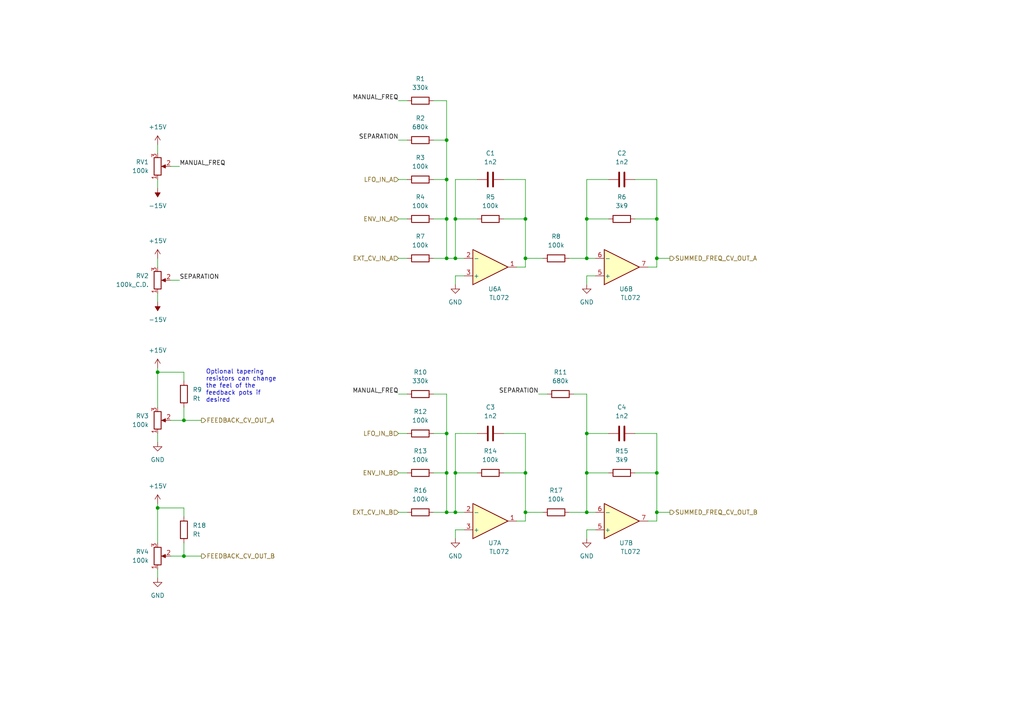
<source format=kicad_sch>
(kicad_sch (version 20230121) (generator eeschema)
  (paper "A4")
  (title_block (title "M.S.M. Stereo Lowpass Filter Pedal") (date "2022-06-16") (rev "0") (comment 2 "creativecommons.org/licenses/by/4.0") (comment 3 "License: CC by 4.0") (comment 4 "Author: Jordan Aceto"))
  (lib_symbols
    (symbol "Amplifier_Operational:TL072" (pin_names (offset 0.127))
      (property "Reference" "U" (at 0 5.08 0))
      (property "Value" "TL072" (at 0 -5.08 0))
      (symbol "TL072_1_1"
        (polyline (pts (xy -5.08 5.08) (xy 5.08 0) (xy -5.08 -5.08) (xy -5.08 5.08)) (stroke (width 0.254)) (fill (type background)))
        (pin output line (at 7.62 0 180) (length 2.54) (name "~") (number "1"))
        (pin input line (at -7.62 -2.54 0) (length 2.54) (name "-") (number "2"))
        (pin input line (at -7.62 2.54 0) (length 2.54) (name "+") (number "3"))
      )
      (symbol "TL072_2_1"
        (polyline (pts (xy -5.08 5.08) (xy 5.08 0) (xy -5.08 -5.08) (xy -5.08 5.08)) (stroke (width 0.254)) (fill (type background)))
        (pin input line (at -7.62 2.54 0) (length 2.54) (name "+") (number "5"))
        (pin input line (at -7.62 -2.54 0) (length 2.54) (name "-") (number "6"))
        (pin output line (at 7.62 0 180) (length 2.54) (name "~") (number "7"))
      )
      (symbol "TL072_3_1"
        (pin power_in line (at -2.54 -7.62 90) (length 3.81) (name "V-") (number "4"))
        (pin power_in line (at -2.54 7.62 270) (length 3.81) (name "V+") (number "8"))
      )
    )
    (symbol "Device:C" (pin_numbers hide) (pin_names (offset 0.254))
      (property "Reference" "C" (at 0.635 2.54 0))
      (property "Value" "C" (at 0.635 -2.54 0))
      (symbol "C_0_1"
        (polyline (pts (xy -2.032 -0.762) (xy 2.032 -0.762)) (stroke (width 0.508)))
        (polyline (pts (xy -2.032 0.762) (xy 2.032 0.762)) (stroke (width 0.508)))
      )
      (symbol "C_1_1"
        (pin passive line (at 0 3.81 270) (length 2.794) (name "~") (number "1"))
        (pin passive line (at 0 -3.81 90) (length 2.794) (name "~") (number "2"))
      )
    )
    (symbol "Device:R" (pin_numbers hide) (pin_names (offset 0))
      (property "Reference" "R" (at 2.032 0 90))
      (property "Value" "R" (at 0 0 90))
      (symbol "R_0_1"
        (rectangle (start -1.016 -2.54) (end 1.016 2.54) (stroke (width 0.254)))
      )
      (symbol "R_1_1"
        (pin passive line (at 0 3.81 270) (length 1.27) (name "~") (number "1"))
        (pin passive line (at 0 -3.81 90) (length 1.27) (name "~") (number "2"))
      )
    )
    (symbol "Device:R_Potentiometer" (pin_names (offset 1.016) hide)
      (property "Reference" "RV" (at -4.445 0 90))
      (property "Value" "R_Potentiometer" (at -2.54 0 90))
      (symbol "R_Potentiometer_0_1"
        (polyline (pts (xy 2.54 0) (xy 1.524 0)))
        (polyline (pts (xy 1.143 0) (xy 2.286 0.508) (xy 2.286 -0.508) (xy 1.143 0)) (fill (type outline)))
        (rectangle (start 1.016 2.54) (end -1.016 -2.54) (stroke (width 0.254)))
      )
      (symbol "R_Potentiometer_1_1"
        (pin passive line (at 0 3.81 270) (length 1.27) (name "1") (number "1"))
        (pin passive line (at 3.81 0 180) (length 1.27) (name "2") (number "2"))
        (pin passive line (at 0 -3.81 90) (length 1.27) (name "3") (number "3"))
      )
    )
    (symbol "power:+15V" (power) (pin_names (offset 0))
      (property "Value" "+15V" (at 0 3.556 0))
      (symbol "+15V_0_1"
        (polyline (pts (xy -0.762 1.27) (xy 0 2.54)))
        (polyline (pts (xy 0 0) (xy 0 2.54)))
        (polyline (pts (xy 0 2.54) (xy 0.762 1.27)))
      )
      (symbol "+15V_1_1"
        (pin power_in line (at 0 0 90) (length 0) hide (name "+15V") (number "1"))
      )
    )
    (symbol "power:-15V" (power) (pin_names (offset 0))
      (property "Value" "-15V" (at 0 3.81 0))
      (symbol "-15V_0_0"
        (pin power_in line (at 0 0 90) (length 0) hide (name "-15V") (number "1"))
      )
      (symbol "-15V_0_1"
        (polyline (pts (xy 0 0) (xy 0 1.27) (xy 0.762 1.27) (xy 0 2.54) (xy -0.762 1.27) (xy 0 1.27)) (fill (type outline)))
      )
    )
    (symbol "power:GND" (power) (pin_names (offset 0))
      (property "Value" "GND" (at 0 -3.81 0))
      (symbol "GND_0_1"
        (polyline (pts (xy 0 0) (xy 0 -1.27) (xy 1.27 -1.27) (xy 0 -2.54) (xy -1.27 -1.27) (xy 0 -1.27)))
      )
      (symbol "GND_1_1"
        (pin power_in line (at 0 0 270) (length 0) hide (name "GND") (number "1"))
      )
    )
  )
  (junction (at 132.08 137.16))
  (junction (at 129.54 125.73))
  (junction (at 132.08 63.5))
  (junction (at 152.4 148.59))
  (junction (at 152.4 137.16))
  (junction (at 129.54 148.59))
  (junction (at 132.08 148.59))
  (junction (at 190.5 137.16))
  (junction (at 190.5 63.5))
  (junction (at 129.54 52.07))
  (junction (at 170.18 125.73))
  (junction (at 170.18 148.59))
  (junction (at 170.18 63.5))
  (junction (at 53.34 121.92))
  (junction (at 170.18 137.16))
  (junction (at 190.5 148.59))
  (junction (at 132.08 74.93))
  (junction (at 129.54 137.16))
  (junction (at 170.18 74.93))
  (junction (at 129.54 63.5))
  (junction (at 129.54 40.64))
  (junction (at 129.54 74.93))
  (junction (at 45.72 107.95))
  (junction (at 45.72 147.32))
  (junction (at 53.34 161.29))
  (junction (at 152.4 63.5))
  (junction (at 152.4 74.93))
  (junction (at 190.5 74.93))
  (wire (pts (xy 129.54 114.3) (xy 129.54 125.73)))
  (wire (pts (xy 166.37 114.3) (xy 170.18 114.3)))
  (wire (pts (xy 132.08 80.01) (xy 134.62 80.01)))
  (wire (pts (xy 152.4 148.59) (xy 152.4 151.13)))
  (wire (pts (xy 170.18 114.3) (xy 170.18 125.73)))
  (wire (pts (xy 125.73 63.5) (xy 129.54 63.5)))
  (wire (pts (xy 132.08 63.5) (xy 138.43 63.5)))
  (wire (pts (xy 146.05 125.73) (xy 152.4 125.73)))
  (wire (pts (xy 187.96 77.47) (xy 190.5 77.47)))
  (wire (pts (xy 190.5 74.93) (xy 194.31 74.93)))
  (wire (pts (xy 187.96 151.13) (xy 190.5 151.13)))
  (wire (pts (xy 53.34 161.29) (xy 53.34 157.48)))
  (wire (pts (xy 190.5 148.59) (xy 190.5 137.16)))
  (wire (pts (xy 53.34 161.29) (xy 58.42 161.29)))
  (wire (pts (xy 170.18 82.55) (xy 170.18 80.01)))
  (wire (pts (xy 132.08 148.59) (xy 132.08 137.16)))
  (wire (pts (xy 129.54 137.16) (xy 129.54 148.59)))
  (wire (pts (xy 49.53 48.26) (xy 52.07 48.26)))
  (wire (pts (xy 149.86 151.13) (xy 152.4 151.13)))
  (wire (pts (xy 152.4 63.5) (xy 146.05 63.5)))
  (wire (pts (xy 132.08 137.16) (xy 138.43 137.16)))
  (wire (pts (xy 157.48 148.59) (xy 152.4 148.59)))
  (wire (pts (xy 157.48 74.93) (xy 152.4 74.93)))
  (wire (pts (xy 146.05 52.07) (xy 152.4 52.07)))
  (wire (pts (xy 45.72 74.93) (xy 45.72 77.47)))
  (wire (pts (xy 129.54 29.21) (xy 129.54 40.64)))
  (wire (pts (xy 115.57 148.59) (xy 118.11 148.59)))
  (wire (pts (xy 132.08 156.21) (xy 132.08 153.67)))
  (wire (pts (xy 53.34 147.32) (xy 45.72 147.32)))
  (wire (pts (xy 152.4 137.16) (xy 152.4 148.59)))
  (wire (pts (xy 190.5 125.73) (xy 190.5 137.16)))
  (wire (pts (xy 129.54 63.5) (xy 129.54 74.93)))
  (wire (pts (xy 49.53 121.92) (xy 53.34 121.92)))
  (wire (pts (xy 45.72 85.09) (xy 45.72 87.63)))
  (wire (pts (xy 125.73 40.64) (xy 129.54 40.64)))
  (wire (pts (xy 125.73 148.59) (xy 129.54 148.59)))
  (wire (pts (xy 45.72 147.32) (xy 45.72 157.48)))
  (wire (pts (xy 129.54 125.73) (xy 129.54 137.16)))
  (wire (pts (xy 49.53 161.29) (xy 53.34 161.29)))
  (wire (pts (xy 125.73 114.3) (xy 129.54 114.3)))
  (wire (pts (xy 190.5 74.93) (xy 190.5 63.5)))
  (wire (pts (xy 152.4 74.93) (xy 152.4 77.47)))
  (wire (pts (xy 53.34 110.49) (xy 53.34 107.95)))
  (wire (pts (xy 132.08 63.5) (xy 132.08 52.07)))
  (wire (pts (xy 170.18 63.5) (xy 176.53 63.5)))
  (wire (pts (xy 170.18 148.59) (xy 172.72 148.59)))
  (wire (pts (xy 125.73 137.16) (xy 129.54 137.16)))
  (wire (pts (xy 125.73 74.93) (xy 129.54 74.93)))
  (wire (pts (xy 132.08 52.07) (xy 138.43 52.07)))
  (wire (pts (xy 152.4 137.16) (xy 146.05 137.16)))
  (wire (pts (xy 53.34 107.95) (xy 45.72 107.95)))
  (wire (pts (xy 45.72 146.05) (xy 45.72 147.32)))
  (wire (pts (xy 129.54 52.07) (xy 129.54 63.5)))
  (wire (pts (xy 152.4 125.73) (xy 152.4 137.16)))
  (wire (pts (xy 132.08 125.73) (xy 138.43 125.73)))
  (wire (pts (xy 170.18 74.93) (xy 172.72 74.93)))
  (wire (pts (xy 125.73 29.21) (xy 129.54 29.21)))
  (wire (pts (xy 125.73 125.73) (xy 129.54 125.73)))
  (wire (pts (xy 115.57 137.16) (xy 118.11 137.16)))
  (wire (pts (xy 129.54 40.64) (xy 129.54 52.07)))
  (wire (pts (xy 45.72 125.73) (xy 45.72 128.27)))
  (wire (pts (xy 115.57 63.5) (xy 118.11 63.5)))
  (wire (pts (xy 170.18 63.5) (xy 170.18 74.93)))
  (wire (pts (xy 156.21 114.3) (xy 158.75 114.3)))
  (wire (pts (xy 115.57 29.21) (xy 118.11 29.21)))
  (wire (pts (xy 53.34 121.92) (xy 58.42 121.92)))
  (wire (pts (xy 152.4 52.07) (xy 152.4 63.5)))
  (wire (pts (xy 190.5 151.13) (xy 190.5 148.59)))
  (wire (pts (xy 149.86 77.47) (xy 152.4 77.47)))
  (wire (pts (xy 170.18 80.01) (xy 172.72 80.01)))
  (wire (pts (xy 165.1 148.59) (xy 170.18 148.59)))
  (wire (pts (xy 129.54 74.93) (xy 132.08 74.93)))
  (wire (pts (xy 170.18 156.21) (xy 170.18 153.67)))
  (wire (pts (xy 45.72 52.07) (xy 45.72 54.61)))
  (wire (pts (xy 45.72 165.1) (xy 45.72 167.64)))
  (wire (pts (xy 132.08 148.59) (xy 134.62 148.59)))
  (wire (pts (xy 170.18 52.07) (xy 176.53 52.07)))
  (wire (pts (xy 190.5 63.5) (xy 184.15 63.5)))
  (wire (pts (xy 115.57 52.07) (xy 118.11 52.07)))
  (wire (pts (xy 49.53 81.28) (xy 52.07 81.28)))
  (wire (pts (xy 190.5 77.47) (xy 190.5 74.93)))
  (wire (pts (xy 132.08 137.16) (xy 132.08 125.73)))
  (wire (pts (xy 184.15 125.73) (xy 190.5 125.73)))
  (wire (pts (xy 170.18 52.07) (xy 170.18 63.5)))
  (wire (pts (xy 170.18 125.73) (xy 170.18 137.16)))
  (wire (pts (xy 170.18 125.73) (xy 176.53 125.73)))
  (wire (pts (xy 132.08 74.93) (xy 134.62 74.93)))
  (wire (pts (xy 45.72 106.68) (xy 45.72 107.95)))
  (wire (pts (xy 115.57 125.73) (xy 118.11 125.73)))
  (wire (pts (xy 190.5 137.16) (xy 184.15 137.16)))
  (wire (pts (xy 170.18 137.16) (xy 176.53 137.16)))
  (wire (pts (xy 115.57 114.3) (xy 118.11 114.3)))
  (wire (pts (xy 184.15 52.07) (xy 190.5 52.07)))
  (wire (pts (xy 170.18 137.16) (xy 170.18 148.59)))
  (wire (pts (xy 115.57 40.64) (xy 118.11 40.64)))
  (wire (pts (xy 132.08 153.67) (xy 134.62 153.67)))
  (wire (pts (xy 45.72 107.95) (xy 45.72 118.11)))
  (wire (pts (xy 165.1 74.93) (xy 170.18 74.93)))
  (wire (pts (xy 132.08 74.93) (xy 132.08 63.5)))
  (wire (pts (xy 53.34 121.92) (xy 53.34 118.11)))
  (wire (pts (xy 190.5 148.59) (xy 194.31 148.59)))
  (wire (pts (xy 125.73 52.07) (xy 129.54 52.07)))
  (wire (pts (xy 129.54 148.59) (xy 132.08 148.59)))
  (wire (pts (xy 115.57 74.93) (xy 118.11 74.93)))
  (wire (pts (xy 53.34 149.86) (xy 53.34 147.32)))
  (wire (pts (xy 45.72 41.91) (xy 45.72 44.45)))
  (wire (pts (xy 190.5 52.07) (xy 190.5 63.5)))
  (wire (pts (xy 132.08 82.55) (xy 132.08 80.01)))
  (wire (pts (xy 170.18 153.67) (xy 172.72 153.67)))
  (wire (pts (xy 152.4 63.5) (xy 152.4 74.93)))
  (text "Optional tapering\nresistors can change\nthe feel of the\nfeedback pots if\ndesired" (at 59.69 116.84 0) (effects (font (size 1.27 1.27)) (justify left bottom)))
  (label "SEPARATION" (at 115.57 40.64 180))
  (label "SEPARATION" (at 156.21 114.3 180))
  (label "SEPARATION" (at 52.07 81.28 0))
  (label "MANUAL_FREQ" (at 52.07 48.26 0))
  (label "MANUAL_FREQ" (at 115.57 29.21 180))
  (label "MANUAL_FREQ" (at 115.57 114.3 180))
  (hierarchical_label "ENV_IN_A" (shape input) (at 115.57 63.5 180))
  (hierarchical_label "FEEDBACK_CV_OUT_B" (shape output) (at 58.42 161.29 0))
  (hierarchical_label "SUMMED_FREQ_CV_OUT_B" (shape output) (at 194.31 148.59 0))
  (hierarchical_label "FEEDBACK_CV_OUT_A" (shape output) (at 58.42 121.92 0))
  (hierarchical_label "EXT_CV_IN_B" (shape input) (at 115.57 148.59 180))
  (hierarchical_label "ENV_IN_B" (shape input) (at 115.57 137.16 180))
  (hierarchical_label "EXT_CV_IN_A" (shape input) (at 115.57 74.93 180))
  (hierarchical_label "SUMMED_FREQ_CV_OUT_A" (shape output) (at 194.31 74.93 0))
  (hierarchical_label "LFO_IN_B" (shape input) (at 115.57 125.73 180))
  (hierarchical_label "LFO_IN_A" (shape input) (at 115.57 52.07 180))
  (symbol (lib_id "Device:R_Potentiometer") (at 45.72 121.92 0) (mirror x) (unit 1)
    (property "Reference" "RV3" (at 43.18 120.6499 0) (effects (justify right)))
    (property "Value" "100k" (at 43.18 123.1899 0) (effects (justify right)))
    (property "Footprint" "Potentiometer_THT:Potentiometer_Alpha_RD901F-40-00D_Single_Vertical" (effects hide))
  )
  (symbol (lib_id "Device:R_Potentiometer") (at 45.72 161.29 0) (mirror x) (unit 1)
    (property "Reference" "RV4" (at 43.18 160.0199 0) (effects (justify right)))
    (property "Value" "100k" (at 43.18 162.5599 0) (effects (justify right)))
    (property "Footprint" "Potentiometer_THT:Potentiometer_Alpha_RD901F-40-00D_Single_Vertical" (effects hide))
  )
  (symbol (lib_id "power:-15V") (at 45.72 87.63 180) (unit 1)
    (property "Reference" "#PWR05" (effects hide))
    (property "Value" "-15V" (at 45.72 92.71 0))
  )
  (symbol (lib_id "Device:R_Potentiometer") (at 45.72 81.28 0) (mirror x) (unit 1)
    (property "Reference" "RV2" (at 43.18 80.0099 0) (effects (justify right)))
    (property "Value" "100k_C.D." (at 43.18 82.5499 0) (effects (justify right)))
    (property "Footprint" "Potentiometer_THT:Potentiometer_Alpha_RD901F-40-00D_Single_Vertical" (effects hide))
  )
  (symbol (lib_id "Device:R") (at 121.92 52.07 90) (unit 1)
    (property "Reference" "R3" (at 121.92 45.72 90))
    (property "Value" "100k" (at 121.92 48.26 90))
    (property "Footprint" "Resistor_SMD:R_0805_2012Metric" (effects hide))
  )
  (symbol (lib_id "power:+15V") (at 45.72 106.68 0) (unit 1)
    (property "Reference" "#PWR08" (effects hide))
    (property "Value" "+15V" (at 45.72 101.6 0))
  )
  (symbol (lib_id "Device:R") (at 142.24 63.5 90) (unit 1)
    (property "Reference" "R5" (at 142.24 57.15 90))
    (property "Value" "100k" (at 142.24 59.69 90))
    (property "Footprint" "Resistor_SMD:R_0805_2012Metric" (effects hide))
  )
  (symbol (lib_id "Device:R") (at 121.92 74.93 90) (unit 1)
    (property "Reference" "R7" (at 121.92 68.58 90))
    (property "Value" "100k" (at 121.92 71.12 90))
    (property "Footprint" "Resistor_SMD:R_0805_2012Metric" (effects hide))
  )
  (symbol (lib_id "Device:R") (at 121.92 40.64 90) (unit 1)
    (property "Reference" "R2" (at 121.92 34.29 90))
    (property "Value" "680k" (at 121.92 36.83 90))
    (property "Footprint" "Resistor_SMD:R_0805_2012Metric" (effects hide))
  )
  (symbol (lib_id "Device:R") (at 121.92 148.59 90) (unit 1)
    (property "Reference" "R16" (at 121.92 142.24 90))
    (property "Value" "100k" (at 121.92 144.78 90))
    (property "Footprint" "Resistor_SMD:R_0805_2012Metric" (effects hide))
  )
  (symbol (lib_id "power:+15V") (at 45.72 41.91 0) (unit 1)
    (property "Reference" "#PWR02" (effects hide))
    (property "Value" "+15V" (at 45.72 36.83 0))
  )
  (symbol (lib_id "power:GND") (at 45.72 128.27 0) (unit 1)
    (property "Reference" "#PWR010" (effects hide))
    (property "Value" "GND" (at 45.72 133.35 0))
  )
  (symbol (lib_id "power:GND") (at 45.72 167.64 0) (unit 1)
    (property "Reference" "#PWR014" (effects hide))
    (property "Value" "GND" (at 45.72 172.72 0))
  )
  (symbol (lib_id "Device:R") (at 121.92 125.73 90) (unit 1)
    (property "Reference" "R12" (at 121.92 119.38 90))
    (property "Value" "100k" (at 121.92 121.92 90))
    (property "Footprint" "Resistor_SMD:R_0805_2012Metric" (effects hide))
  )
  (symbol (lib_id "Device:R") (at 53.34 114.3 0) (unit 1)
    (property "Reference" "R9" (at 55.88 113.0299 0) (effects (justify left)))
    (property "Value" "Rt" (at 55.88 115.5699 0) (effects (justify left)))
    (property "Footprint" "Resistor_SMD:R_0805_2012Metric" (effects hide))
  )
  (symbol (lib_id "Device:C") (at 142.24 125.73 90) (unit 1)
    (property "Reference" "C3" (at 142.24 118.11 90))
    (property "Value" "1n2" (at 142.24 120.65 90))
    (property "Footprint" "Capacitor_SMD:C_0805_2012Metric" (effects hide))
  )
  (symbol (lib_id "Device:R") (at 161.29 148.59 90) (unit 1)
    (property "Reference" "R17" (at 161.29 142.24 90))
    (property "Value" "100k" (at 161.29 144.78 90))
    (property "Footprint" "Resistor_SMD:R_0805_2012Metric" (effects hide))
  )
  (symbol (lib_id "Device:C") (at 180.34 52.07 90) (unit 1)
    (property "Reference" "C2" (at 180.34 44.45 90))
    (property "Value" "1n2" (at 180.34 46.99 90))
    (property "Footprint" "Capacitor_SMD:C_0805_2012Metric" (effects hide))
  )
  (symbol (lib_id "power:+15V") (at 45.72 146.05 0) (unit 1)
    (property "Reference" "#PWR09" (effects hide))
    (property "Value" "+15V" (at 45.72 140.97 0))
  )
  (symbol (lib_id "Amplifier_Operational:TL072") (at 180.34 151.13 0) (mirror x) (unit 2)
    (property "Reference" "U7" (at 181.61 157.48 0))
    (property "Value" "TL072" (at 182.88 160.02 0))
    (property "Footprint" "Package_SO:SOIC-8_3.9x4.9mm_P1.27mm" (effects hide))
    (property "Datasheet" "http://www.ti.com/lit/ds/symlink/tl071.pdf" (effects hide))
  )
  (symbol (lib_id "Device:R") (at 121.92 137.16 90) (unit 1)
    (property "Reference" "R13" (at 121.92 130.81 90))
    (property "Value" "100k" (at 121.92 133.35 90))
    (property "Footprint" "Resistor_SMD:R_0805_2012Metric" (effects hide))
  )
  (symbol (lib_id "Amplifier_Operational:TL072") (at 180.34 77.47 0) (mirror x) (unit 2)
    (property "Reference" "U6" (at 181.61 83.82 0))
    (property "Value" "TL072" (at 182.88 86.36 0))
    (property "Footprint" "Package_SO:SOIC-8_3.9x4.9mm_P1.27mm" (effects hide))
    (property "Datasheet" "http://www.ti.com/lit/ds/symlink/tl071.pdf" (effects hide))
  )
  (symbol (lib_id "Device:R") (at 142.24 137.16 90) (unit 1)
    (property "Reference" "R14" (at 142.24 130.81 90))
    (property "Value" "100k" (at 142.24 133.35 90))
    (property "Footprint" "Resistor_SMD:R_0805_2012Metric" (effects hide))
  )
  (symbol (lib_id "power:GND") (at 170.18 82.55 0) (unit 1)
    (property "Reference" "#PWR07" (effects hide))
    (property "Value" "GND" (at 170.18 87.63 0))
  )
  (symbol (lib_id "Amplifier_Operational:TL072") (at 142.24 151.13 0) (mirror x) (unit 1)
    (property "Reference" "U7" (at 143.51 157.48 0))
    (property "Value" "TL072" (at 144.78 160.02 0))
    (property "Footprint" "Package_SO:SOIC-8_3.9x4.9mm_P1.27mm" (effects hide))
    (property "Datasheet" "http://www.ti.com/lit/ds/symlink/tl071.pdf" (effects hide))
  )
  (symbol (lib_id "Device:C") (at 180.34 125.73 90) (unit 1)
    (property "Reference" "C4" (at 180.34 118.11 90))
    (property "Value" "1n2" (at 180.34 120.65 90))
    (property "Footprint" "Capacitor_SMD:C_0805_2012Metric" (effects hide))
  )
  (symbol (lib_id "Device:R") (at 162.56 114.3 90) (unit 1)
    (property "Reference" "R11" (at 162.56 107.95 90))
    (property "Value" "680k" (at 162.56 110.49 90))
    (property "Footprint" "Resistor_SMD:R_0805_2012Metric" (effects hide))
  )
  (symbol (lib_id "Device:R") (at 121.92 63.5 90) (unit 1)
    (property "Reference" "R4" (at 121.92 57.15 90))
    (property "Value" "100k" (at 121.92 59.69 90))
    (property "Footprint" "Resistor_SMD:R_0805_2012Metric" (effects hide))
  )
  (symbol (lib_id "Device:R") (at 121.92 114.3 90) (unit 1)
    (property "Reference" "R10" (at 121.92 107.95 90))
    (property "Value" "330k" (at 121.92 110.49 90))
    (property "Footprint" "Resistor_SMD:R_0805_2012Metric" (effects hide))
  )
  (symbol (lib_id "power:GND") (at 132.08 82.55 0) (unit 1)
    (property "Reference" "#PWR06" (effects hide))
    (property "Value" "GND" (at 132.08 87.63 0))
  )
  (symbol (lib_id "Device:C") (at 142.24 52.07 90) (unit 1)
    (property "Reference" "C1" (at 142.24 44.45 90))
    (property "Value" "1n2" (at 142.24 46.99 90))
    (property "Footprint" "Capacitor_SMD:C_0805_2012Metric" (effects hide))
  )
  (symbol (lib_id "Device:R") (at 180.34 63.5 90) (unit 1)
    (property "Reference" "R6" (at 180.34 57.15 90))
    (property "Value" "3k9" (at 180.34 59.69 90))
    (property "Footprint" "Resistor_SMD:R_0805_2012Metric" (effects hide))
  )
  (symbol (lib_id "Amplifier_Operational:TL072") (at 142.24 77.47 0) (mirror x) (unit 1)
    (property "Reference" "U6" (at 143.51 83.82 0))
    (property "Value" "TL072" (at 144.78 86.36 0))
    (property "Footprint" "Package_SO:SOIC-8_3.9x4.9mm_P1.27mm" (effects hide))
    (property "Datasheet" "http://www.ti.com/lit/ds/symlink/tl071.pdf" (effects hide))
  )
  (symbol (lib_id "Device:R_Potentiometer") (at 45.72 48.26 0) (mirror x) (unit 1)
    (property "Reference" "RV1" (at 43.18 46.9899 0) (effects (justify right)))
    (property "Value" "100k" (at 43.18 49.5299 0) (effects (justify right)))
    (property "Footprint" "Potentiometer_THT:Potentiometer_Alpha_RD901F-40-00D_Single_Vertical" (effects hide))
  )
  (symbol (lib_id "power:GND") (at 170.18 156.21 0) (unit 1)
    (property "Reference" "#PWR013" (effects hide))
    (property "Value" "GND" (at 170.18 161.29 0))
  )
  (symbol (lib_id "Device:R") (at 180.34 137.16 90) (unit 1)
    (property "Reference" "R15" (at 180.34 130.81 90))
    (property "Value" "3k9" (at 180.34 133.35 90))
    (property "Footprint" "Resistor_SMD:R_0805_2012Metric" (effects hide))
  )
  (symbol (lib_id "power:-15V") (at 45.72 54.61 180) (unit 1)
    (property "Reference" "#PWR03" (effects hide))
    (property "Value" "-15V" (at 45.72 59.69 0))
  )
  (symbol (lib_id "Device:R") (at 53.34 153.67 0) (unit 1)
    (property "Reference" "R18" (at 55.88 152.3999 0) (effects (justify left)))
    (property "Value" "Rt" (at 55.88 154.9399 0) (effects (justify left)))
    (property "Footprint" "Resistor_SMD:R_0805_2012Metric" (effects hide))
  )
  (symbol (lib_id "power:GND") (at 132.08 156.21 0) (unit 1)
    (property "Reference" "#PWR012" (effects hide))
    (property "Value" "GND" (at 132.08 161.29 0))
  )
  (symbol (lib_id "Device:R") (at 121.92 29.21 90) (unit 1)
    (property "Reference" "R1" (at 121.92 22.86 90))
    (property "Value" "330k" (at 121.92 25.4 90))
    (property "Footprint" "Resistor_SMD:R_0805_2012Metric" (effects hide))
  )
  (symbol (lib_id "Device:R") (at 161.29 74.93 90) (unit 1)
    (property "Reference" "R8" (at 161.29 68.58 90))
    (property "Value" "100k" (at 161.29 71.12 90))
    (property "Footprint" "Resistor_SMD:R_0805_2012Metric" (effects hide))
  )
  (symbol (lib_id "power:+15V") (at 45.72 74.93 0) (unit 1)
    (property "Reference" "#PWR04" (effects hide))
    (property "Value" "+15V" (at 45.72 69.85 0))
  )
)
</source>
